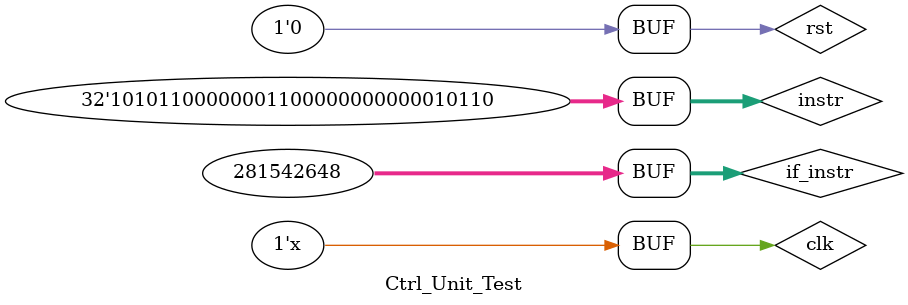
<source format=v>
`timescale 1ns / 1ps

module Ctrl_Unit_Test;

	// Inputs
	reg clk;
	reg rst;
	reg [31:0] if_instr;
	reg [31:0] instr;
	reg rsrtequ;
	reg rsrtneq;

	// Outputs
	wire cu_branch;
	wire cu_jump;
	wire jmp_stall;
	wire cu_wreg;
	wire cu_m2reg;
	wire cu_wmem;
	wire [5:0] cu_aluc;
	wire cu_shift;
	wire cu_aluimm;
	wire cu_sext;
	wire cu_regrt;
	wire cu_wpcir;
	wire [1:0] cu_fwda;
	wire [1:0] cu_fwdb;
	wire cu_jal;
	wire cu_jr;

	// Instantiate the Unit Under Test (UUT)
	ctrl_unit uut (
		.clk(clk), 
		.rst(rst), 
		.if_instr(if_instr), 
		.instr(instr), 
		.rsrtequ(rsrtequ), 
		.rsrtneq(rsrtneq), 
		.cu_branch(cu_branch), 
		.cu_jump(cu_jump), 
		.jmp_stall(jmp_stall), 
		.cu_wreg(cu_wreg), 
		.cu_m2reg(cu_m2reg), 
		.cu_wmem(cu_wmem), 
		.cu_aluc(cu_aluc), 
		.cu_shift(cu_shift), 
		.cu_aluimm(cu_aluimm), 
		.cu_sext(cu_sext), 
		.cu_regrt(cu_regrt), 
		.cu_wpcir(cu_wpcir), 
		.cu_fwda(cu_fwda), 
		.cu_fwdb(cu_fwdb), 
		.cu_jal(cu_jal), 
		.cu_jr(cu_jr)
	);

	parameter FULL_CYC = 40, HALF_CYC = FULL_CYC/2;
	initial begin
		// Initialize Inputs
		clk = 0;
		rst = 0;
		if_instr = 0;
		
		instr = 0;

		// Wait 100 ns for global reset to finish
		#FULL_CYC;
		if_instr   =32'h8c02_0015;
		instr=32'h8c01_0014;		
		#FULL_CYC;
		if_instr   =32'h0022_1820;
		instr=32'h8c02_0015;			
		//
		#FULL_CYC;
		if_instr   =32'h0000_1020;
		instr=32'h0022_1820;	
		//
		#FULL_CYC;
		if_instr   =32'h0023_2022;
		instr=32'h0000_1020;		
	//
		#FULL_CYC;
		if_instr   =32'h0064_2824;
		instr=32'h0023_2022;		
	//
		#FULL_CYC;
		if_instr   =32'h0085_3027;
		instr=32'h0064_2824;		
	//
		#FULL_CYC;
		if_instr   =32'hac06_0016;
		instr=32'h0085_3027;		
	//
		#FULL_CYC;
		if_instr   =32'h10c7_fff8;
		instr=32'hac06_0016;		
	       
		// Add stimulus here

	end
   always #HALF_CYC clk = ~clk;
  	
endmodule


</source>
